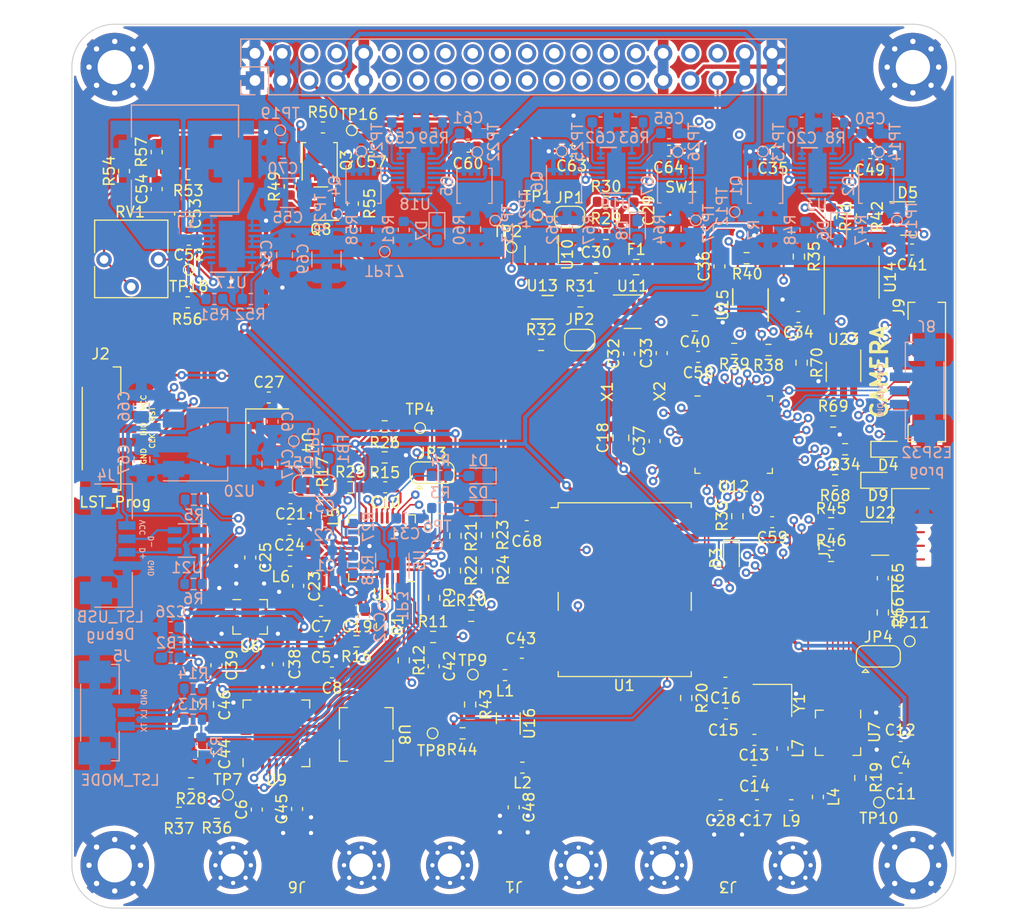
<source format=kicad_pcb>
(kicad_pcb (version 20211014) (generator pcbnew)

  (general
    (thickness 4.69)
  )

  (paper "A4")
  (layers
    (0 "F.Cu" signal)
    (1 "In1.Cu" signal)
    (2 "In2.Cu" signal)
    (31 "B.Cu" signal)
    (32 "B.Adhes" user "B.Adhesive")
    (33 "F.Adhes" user "F.Adhesive")
    (34 "B.Paste" user)
    (35 "F.Paste" user)
    (36 "B.SilkS" user "B.Silkscreen")
    (37 "F.SilkS" user "F.Silkscreen")
    (38 "B.Mask" user)
    (39 "F.Mask" user)
    (40 "Dwgs.User" user "User.Drawings")
    (41 "Cmts.User" user "User.Comments")
    (42 "Eco1.User" user "User.Eco1")
    (43 "Eco2.User" user "User.Eco2")
    (44 "Edge.Cuts" user)
    (45 "Margin" user)
    (46 "B.CrtYd" user "B.Courtyard")
    (47 "F.CrtYd" user "F.Courtyard")
    (48 "B.Fab" user)
    (49 "F.Fab" user)
    (50 "User.1" user)
    (51 "User.2" user)
    (52 "User.3" user)
    (53 "User.4" user)
    (54 "User.5" user)
    (55 "User.6" user)
    (56 "User.7" user)
    (57 "User.8" user)
    (58 "User.9" user)
  )

  (setup
    (stackup
      (layer "F.SilkS" (type "Top Silk Screen"))
      (layer "F.Paste" (type "Top Solder Paste"))
      (layer "F.Mask" (type "Top Solder Mask") (thickness 0.01))
      (layer "F.Cu" (type "copper") (thickness 0.035))
      (layer "dielectric 1" (type "core") (thickness 1.51) (material "FR4") (epsilon_r 4.5) (loss_tangent 0.02))
      (layer "In1.Cu" (type "copper") (thickness 0.035))
      (layer "dielectric 2" (type "prepreg") (thickness 1.51) (material "FR4") (epsilon_r 4.5) (loss_tangent 0.02))
      (layer "In2.Cu" (type "copper") (thickness 0.035))
      (layer "dielectric 3" (type "core") (thickness 1.51) (material "FR4") (epsilon_r 4.5) (loss_tangent 0.02))
      (layer "B.Cu" (type "copper") (thickness 0.035))
      (layer "B.Mask" (type "Bottom Solder Mask") (thickness 0.01))
      (layer "B.Paste" (type "Bottom Solder Paste"))
      (layer "B.SilkS" (type "Bottom Silk Screen"))
      (copper_finish "None")
      (dielectric_constraints no)
    )
    (pad_to_mask_clearance 0)
    (pcbplotparams
      (layerselection 0x00010fc_ffffffff)
      (disableapertmacros false)
      (usegerberextensions false)
      (usegerberattributes true)
      (usegerberadvancedattributes true)
      (creategerberjobfile true)
      (svguseinch false)
      (svgprecision 6)
      (excludeedgelayer true)
      (plotframeref false)
      (viasonmask false)
      (mode 1)
      (useauxorigin false)
      (hpglpennumber 1)
      (hpglpenspeed 20)
      (hpglpendiameter 15.000000)
      (dxfpolygonmode true)
      (dxfimperialunits true)
      (dxfusepcbnewfont true)
      (psnegative false)
      (psa4output false)
      (plotreference true)
      (plotvalue true)
      (plotinvisibletext false)
      (sketchpadsonfab false)
      (subtractmaskfromsilk false)
      (outputformat 1)
      (mirror false)
      (drillshape 1)
      (scaleselection 1)
      (outputdirectory "")
    )
  )

  (net 0 "")
  (net 1 "Net-(C1-Pad1)")
  (net 2 "GND")
  (net 3 "+3V3")
  (net 4 "/OpenLST (Beacon)/PA_VAPC")
  (net 5 "+3V8")
  (net 6 "/OpenLST (Beacon)/VDD_USB_LST")
  (net 7 "Net-(C12-Pad1)")
  (net 8 "Net-(C13-Pad2)")
  (net 9 "Net-(C15-Pad1)")
  (net 10 "Net-(C16-Pad1)")
  (net 11 "Net-(C17-Pad1)")
  (net 12 "Net-(C17-Pad2)")
  (net 13 "/MCU/MCU_POWER")
  (net 14 "Net-(C19-Pad1)")
  (net 15 "/3V3 power share/VCC_EN")
  (net 16 "Net-(C21-Pad2)")
  (net 17 "Net-(C22-Pad1)")
  (net 18 "Net-(C23-Pad2)")
  (net 19 "Net-(C24-Pad1)")
  (net 20 "Net-(C24-Pad2)")
  (net 21 "Net-(C25-Pad2)")
  (net 22 "Net-(C26-Pad1)")
  (net 23 "Net-(C29-Pad1)")
  (net 24 "/3V3 power share/EPS#1")
  (net 25 "Net-(C35-Pad2)")
  (net 26 "Net-(C38-Pad1)")
  (net 27 "Net-(C38-Pad2)")
  (net 28 "Net-(C39-Pad1)")
  (net 29 "Net-(C39-Pad2)")
  (net 30 "/MCU/VREF")
  (net 31 "Net-(C42-Pad1)")
  (net 32 "Net-(C43-Pad1)")
  (net 33 "Net-(C43-Pad2)")
  (net 34 "Net-(C45-Pad1)")
  (net 35 "Net-(C45-Pad2)")
  (net 36 "Net-(C48-Pad1)")
  (net 37 "Net-(C48-Pad2)")
  (net 38 "Net-(C49-Pad1)")
  (net 39 "/3V3 power share/EPS#2")
  (net 40 "Net-(C50-Pad1)")
  (net 41 "VIN")
  (net 42 "Net-(C52-Pad1)")
  (net 43 "Net-(C52-Pad2)")
  (net 44 "Net-(C53-Pad1)")
  (net 45 "Net-(C54-Pad1)")
  (net 46 "/Power Convertor/VBAT1/VCC_EN")
  (net 47 "/Power Convertor/EPS#1_VBAT")
  (net 48 "Net-(C57-Pad2)")
  (net 49 "Net-(C60-Pad1)")
  (net 50 "/Power Convertor/EPS#2_VBAT")
  (net 51 "Net-(C61-Pad1)")
  (net 52 "/5V power share/VCC_EN")
  (net 53 "/5V power share/EPS#1")
  (net 54 "Net-(C63-Pad2)")
  (net 55 "Net-(C64-Pad1)")
  (net 56 "/5V power share/EPS#2")
  (net 57 "Net-(C65-Pad1)")
  (net 58 "/OpenLST (Beacon)/USB_POWER_LST")
  (net 59 "Net-(D1-Pad2)")
  (net 60 "Net-(D2-Pad2)")
  (net 61 "Net-(D3-Pad1)")
  (net 62 "Net-(D4-Pad1)")
  (net 63 "/MCU/CAN_L")
  (net 64 "/MCU/CAN_H")
  (net 65 "Net-(D6-Pad1)")
  (net 66 "Net-(D6-Pad2)")
  (net 67 "Net-(D7-Pad1)")
  (net 68 "Net-(D7-Pad2)")
  (net 69 "Net-(D8-Pad1)")
  (net 70 "Net-(D8-Pad2)")
  (net 71 "Net-(D9-Pad1)")
  (net 72 "Net-(F1-Pad2)")
  (net 73 "Net-(FB1-Pad1)")
  (net 74 "/OpenLST (Beacon)/PROG_DD")
  (net 75 "/OpenLST (Beacon)/PROG_DC")
  (net 76 "/OpenLST (Beacon)/~{LST_RESET}")
  (net 77 "/MCU/USB_POWER")
  (net 78 "Net-(J7-Pad2)")
  (net 79 "Net-(J7-Pad3)")
  (net 80 "/MCU/SWCLK")
  (net 81 "/MCU/SWDIO")
  (net 82 "/MCU/QSPI_D1{slash}CAM_CSN")
  (net 83 "/MCU/QSPI_D2{slash}CAM_MOSI")
  (net 84 "/MCU/QSPI_D3{slash}CAM_MISO")
  (net 85 "/MCU/LED1_QSPI")
  (net 86 "+5V")
  (net 87 "/I2C_SDA")
  (net 88 "/I2C_SCL")
  (net 89 "unconnected-(J12-Pad6)")
  (net 90 "unconnected-(J12-Pad8)")
  (net 91 "unconnected-(J12-Pad11)")
  (net 92 "unconnected-(J12-Pad12)")
  (net 93 "unconnected-(J12-Pad13)")
  (net 94 "unconnected-(J12-Pad14)")
  (net 95 "unconnected-(J12-Pad15)")
  (net 96 "unconnected-(J12-Pad16)")
  (net 97 "unconnected-(J12-Pad17)")
  (net 98 "unconnected-(J12-Pad18)")
  (net 99 "/MCU/RS_485_~{B}")
  (net 100 "/MCU/RS_485_A")
  (net 101 "unconnected-(J12-Pad23)")
  (net 102 "unconnected-(J12-Pad24)")
  (net 103 "/MCU/LED1_CAM")
  (net 104 "/MCU/QSPI_SCK")
  (net 105 "/MCU/QSPI_NCS")
  (net 106 "unconnected-(J12-Pad34)")
  (net 107 "unconnected-(J12-Pad36)")
  (net 108 "Net-(JP1-Pad1)")
  (net 109 "/MCU/NRST")
  (net 110 "Net-(JP2-Pad1)")
  (net 111 "Net-(JP2-Pad2)")
  (net 112 "/OpenLST (Beacon)/RF_EN")
  (net 113 "/OpenLST (Beacon)/RF_EN_MCU")
  (net 114 "/OpenLST (Beacon)/RF_PWR_EN")
  (net 115 "Net-(JP4-Pad3)")
  (net 116 "/MCU/VDD_USB")
  (net 117 "Net-(L3-Pad1)")
  (net 118 "Net-(L3-Pad2)")
  (net 119 "Net-(L4-Pad1)")
  (net 120 "Net-(L4-Pad2)")
  (net 121 "Net-(Q1-Pad5)")
  (net 122 "Net-(Q1-Pad4)")
  (net 123 "Net-(Q2-Pad4)")
  (net 124 "Net-(Q2-Pad5)")
  (net 125 "Net-(Q3-Pad4)")
  (net 126 "Net-(Q3-Pad5)")
  (net 127 "Net-(Q4-Pad5)")
  (net 128 "Net-(Q4-Pad4)")
  (net 129 "Net-(Q5-Pad4)")
  (net 130 "Net-(Q5-Pad5)")
  (net 131 "Net-(Q6-Pad5)")
  (net 132 "Net-(Q6-Pad4)")
  (net 133 "Net-(Q7-Pad4)")
  (net 134 "Net-(Q7-Pad5)")
  (net 135 "/OpenLST (Beacon)/~{LST_RX_MODE}")
  (net 136 "/OpenLST (Beacon)/LST_TX_MODE")
  (net 137 "Net-(R3-Pad2)")
  (net 138 "Net-(R4-Pad2)")
  (net 139 "Net-(R5-Pad1)")
  (net 140 "/OpenLST (Beacon)/USB_N")
  (net 141 "/OpenLST (Beacon)/USB_P")
  (net 142 "Net-(R6-Pad2)")
  (net 143 "Net-(R8-Pad2)")
  (net 144 "Net-(R9-Pad1)")
  (net 145 "/OpenLST (Beacon)/UART0_CTS")
  (net 146 "Net-(R10-Pad1)")
  (net 147 "/OpenLST (Beacon)/UART0_RTS")
  (net 148 "Net-(R11-Pad1)")
  (net 149 "/OpenLST (Beacon)/UART0_RX")
  (net 150 "Net-(R12-Pad1)")
  (net 151 "/OpenLST (Beacon)/UART0_TX")
  (net 152 "Net-(R15-Pad2)")
  (net 153 "Net-(R16-Pad2)")
  (net 154 "Net-(R17-Pad1)")
  (net 155 "Net-(R17-Pad2)")
  (net 156 "Net-(R19-Pad2)")
  (net 157 "/OpenLST (Beacon)/AN0")
  (net 158 "/OpenLST (Beacon)/AN1")
  (net 159 "Net-(R25-Pad2)")
  (net 160 "/OpenLST (Beacon)/RF_BYP")
  (net 161 "Net-(R32-Pad1)")
  (net 162 "/MCU/LED2")
  (net 163 "/MCU/CAN_RS")
  (net 164 "/MCU/RS_485_R_EN")
  (net 165 "/MCU/RS_485_T_EN")
  (net 166 "Net-(R43-Pad2)")
  (net 167 "Net-(R44-Pad1)")
  (net 168 "Net-(R44-Pad2)")
  (net 169 "Net-(R45-Pad1)")
  (net 170 "/MCU/USB_N")
  (net 171 "/MCU/USB_P")
  (net 172 "Net-(R46-Pad2)")
  (net 173 "Net-(R51-Pad2)")
  (net 174 "Net-(R52-Pad1)")
  (net 175 "Net-(R54-Pad2)")
  (net 176 "Net-(R59-Pad2)")
  (net 177 "Net-(R63-Pad2)")
  (net 178 "unconnected-(U1-Pad1)")
  (net 179 "unconnected-(U1-Pad3)")
  (net 180 "/GPS Module/IRQ")
  (net 181 "unconnected-(U1-Pad5)")
  (net 182 "unconnected-(U1-Pad6)")
  (net 183 "/GPS Module/RESET")
  (net 184 "unconnected-(U1-Pad15)")
  (net 185 "unconnected-(U1-Pad16)")
  (net 186 "unconnected-(U1-Pad17)")
  (net 187 "/GPS Module/TXD")
  (net 188 "/GPS Module/RXD")
  (net 189 "unconnected-(U2-Pad8)")
  (net 190 "unconnected-(U2-Pad18)")
  (net 191 "unconnected-(U2-Pad20)")
  (net 192 "/MCU/NRF_CE")
  (net 193 "/MCU/NRF_SPI_CSN")
  (net 194 "/MCU/NRF_SPI_SCK")
  (net 195 "/MCU/NRF_SPI_MOSI")
  (net 196 "/MCU/NRF_SPI_MISO")
  (net 197 "/MCU/NRF_IRQ")
  (net 198 "Net-(U8-Pad2)")
  (net 199 "Net-(U8-Pad6)")
  (net 200 "unconnected-(U9-Pad14)")
  (net 201 "unconnected-(U9-Pad16)")
  (net 202 "unconnected-(U9-Pad25)")
  (net 203 "unconnected-(U10-Pad3)")
  (net 204 "/MCU/WDG_RESET")
  (net 205 "unconnected-(U11-Pad3)")
  (net 206 "unconnected-(U12-Pad1)")
  (net 207 "/MCU/LSE")
  (net 208 "/MCU/HSE")
  (net 209 "/MCU/CAN_RX")
  (net 210 "/MCU/CAN_TX")
  (net 211 "unconnected-(U13-Pad3)")
  (net 212 "/MCU/RS_485_R")
  (net 213 "/MCU/RS_485_T")
  (net 214 "unconnected-(U15-Pad7)")
  (net 215 "unconnected-(X1-Pad1)")
  (net 216 "unconnected-(U6-Pad4)")
  (net 217 "/camera/CAM_VCC")
  (net 218 "Net-(R70-Pad1)")
  (net 219 "Net-(J4-Pad2)")
  (net 220 "Net-(J4-Pad3)")
  (net 221 "Net-(J5-Pad1)")
  (net 222 "Net-(J5-Pad2)")

  (footprint "Capacitor_SMD:C_0805_2012Metric_Pad1.18x1.45mm_HandSolder" (layer "F.Cu") (at 143.1544 71.9044))

  (footprint "TCY_Buttons:KMT031NGJLHS" (layer "F.Cu") (at 141.8844 61.5881))

  (footprint "Resistor_SMD:R_0603_1608Metric" (layer "F.Cu") (at 98.5276 117.602))

  (footprint "Resistor_SMD:R_0603_1608Metric" (layer "F.Cu") (at 158.75 61.9252 -90))

  (footprint "Package_DFN_QFN:QFN-20-1EP_4x4mm_P0.5mm_EP2.5x2.5mm" (layer "F.Cu") (at 156.5148 110.1344 -90))

  (footprint "MountingHole:MountingHole_3.2mm_M3_Pad_Via" (layer "F.Cu") (at 163.5 122.5))

  (footprint "Resistor_SMD:R_0603_1608Metric" (layer "F.Cu") (at 120.8024 91.7448 90))

  (footprint "Capacitor_SMD:C_0603_1608Metric" (layer "F.Cu") (at 98.4905 103.8352 -90))

  (footprint "Resistor_SMD:R_0603_1608Metric" (layer "F.Cu") (at 147.9804 65.8368 180))

  (footprint "Inductor_SMD:L_0603_1608Metric" (layer "F.Cu") (at 107.7976 89.9668 -90))

  (footprint "Resistor_SMD:R_0603_1608Metric" (layer "F.Cu") (at 121.4628 110.1852))

  (footprint "MountingHole:MountingHole_3.2mm_M3_Pad_Via" (layer "F.Cu") (at 89 48))

  (footprint "Package_TO_SOT_SMD:SOT-23-6" (layer "F.Cu") (at 160.4386 91.9988))

  (footprint "Capacitor_SMD:C_0603_1608Metric" (layer "F.Cu") (at 105.41 88.2396))

  (footprint "Capacitor_SMD:C_0603_1608Metric" (layer "F.Cu") (at 127.4572 90.8304 180))

  (footprint "Capacitor_SMD:C_0603_1608Metric" (layer "F.Cu") (at 152.8064 71.3232 180))

  (footprint "Resistor_SMD:R_0603_1608Metric" (layer "F.Cu") (at 153.1112 75.5904 -90))

  (footprint "Capacitor_SMD:C_0603_1608Metric" (layer "F.Cu") (at 114.2492 87.2236 180))

  (footprint "Inductor_SMD:L_0603_1608Metric" (layer "F.Cu") (at 127.0508 113.3856))

  (footprint "RF_GPS:ublox_NEO" (layer "F.Cu") (at 136.6012 96.774))

  (footprint "Package_TO_SOT_SMD:SOT-23-6_Handsoldering" (layer "F.Cu") (at 157.0228 76.454 -90))

  (footprint "Capacitor_SMD:C_0603_1608Metric" (layer "F.Cu") (at 108.2548 98.7792 180))

  (footprint "Inductor_SMD:L_0603_1608Metric" (layer "F.Cu") (at 105.3344 59.1454 90))

  (footprint "Resistor_SMD:R_0603_1608Metric" (layer "F.Cu") (at 158.5976 114.3508 90))

  (footprint "Jumper:SolderJumper-2_P1.3mm_Open_RoundedPad1.0x1.5mm" (layer "F.Cu") (at 132.4108 73.4753 180))

  (footprint "Capacitor_SMD:C_0603_1608Metric" (layer "F.Cu") (at 118.7704 103.9238 90))

  (footprint "Jumper:SolderJumper-2_P1.3mm_Open_RoundedPad1.0x1.5mm" (layer "F.Cu") (at 131.4456 61.9945))

  (footprint "Inductor_SMD:L_0603_1608Metric" (layer "F.Cu") (at 95.8596 58.0136))

  (footprint "Capacitor_SMD:C_0603_1608Metric" (layer "F.Cu") (at 133.9218 66.7189))

  (footprint "Capacitor_SMD:C_0603_1608Metric" (layer "F.Cu") (at 127 102.6668 180))

  (footprint "Jumper:SolderJumper-3_P1.3mm_Open_RoundedPad1.0x1.5mm" (layer "F.Cu") (at 160.274 102.997))

  (footprint "Capacitor_SMD:C_0603_1608Metric" (layer "F.Cu") (at 148.7046 113.6904))

  (footprint "MountingHole:MountingHole_3.2mm_M3_Pad_Via" (layer "F.Cu") (at 163.5 48))

  (footprint "Resistor_SMD:R_0603_1608Metric" (layer "F.Cu") (at 111.5568 101.6 180))

  (footprint "Resistor_SMD:R_0603_1608Metric" (layer "F.Cu") (at 118.8212 97.536 -90))

  (footprint "Resistor_SMD:R_0603_1608Metric" (layer "F.Cu") (at 134.8492 60.5721))

  (footprint "Resistor_SMD:R_0603_1608Metric" (layer "F.Cu") (at 157.1752 83.6676 180))

  (footprint "Capacitor_SMD:C_0603_1608Metric" (layer "F.Cu") (at 122.0216 55.4228))

  (footprint "TCY_Connector:TestPoint_Pad_D0.5mm" (layer "F.Cu") (at 122.428 104.6988))

  (footprint "Resistor_SMD:R_0603_1608Metric" (layer "F.Cu") (at 123.7488 94.996 90))

  (footprint "Resistor_SMD:R_0603_1608Metric" (layer "F.Cu") (at 115.9764 103.378 -90))

  (footprint "Capacitor_SMD:C_0603_1608Metric" (layer "F.Cu") (at 139.3952 82.9056 90))

  (footprint "Resistor_SMD:R_0603_1608Metric" (layer "F.Cu") (at 155.8666 90.5764 180))

  (footprint "Resistor_SMD:R_0603_1608Metric" (layer "F.Cu") (at 110.998 87.2236))

  (footprint "Resistor_SMD:R_0603_1608Metric" (layer "F.Cu") (at 113.9444 100.1268 90))

  (footprint "footprints:iPEX" (layer "F.Cu") (at 146.25 122.5 180))

  (footprint "Capacitor_SMD:C_0603_1608Metric" (layer "F.Cu") (at 145.542 116.8908 180))

  (footprint "TCY_Connector:TestPoint_Pad_D0.5mm" (layer "F.Cu") (at 163.195 101.6))

  (footprint "Capacitor_SMD:C_0603_1608Metric" (layer "F.Cu") (at 162.3568 114.4016 180))

  (footprint "Capacitor_SMD:C_0603_1608Metric" (layer "F.Cu") (at 112.9284 55.4228))

  (footprint "Inductor_SMD:L_0603_1608Metric" (layer "F.Cu") (at 151.3332 111.6076 -90))

  (footprint "Capacitor_SMD:C_0603_1608Metric" (layer "F.Cu") (at 137.414 61.3849 -90))

  (footprint "Capacitor_SMD:C_0603_1608Metric" (layer "F.Cu") (at 159.517223 56.0263))

  (footprint "Resistor_SMD:R_0603_1608Metric" (layer "F.Cu") (at 142.3416 106.8832 90))

  (footprint "Resistor_SMD:R_0603_1608Metric" (layer "F.Cu") (at 120.7516 94.996 90))

  (footprint "Resistor_SMD:R_0603_1608Metric" (layer "F.Cu") (at 160.6926 98.9076 -90))

  (footprint "footprints:iPEX" (layer "F.Cu")
    (tedit 62249243) (tstamp 5e845d28-b090-4cbe-b836-36c12cd256a2)
    (at 106 122.5 180)
    (property "Sheetfile" "OpenLST.kicad_sch")
    (property "Sheetname" "OpenLST (Beacon)")
    (path "/829b2795-9702-4633-a078-e2998d6d9402/bd95501b-0179-41e8-b4ae-aa683068528d")
    (attr smd)
    (fp_text reference "J6" (at 0 -2 180 unlocked) (layer "F.SilkS")
      (effects (font (size 1 1) (thickness 0.15)))
      (tstamp 01a309ae-24f0-425f-8e66-62836d44754f)
    )
    (fp_text value "iPEX" (at 0 3.25 180 unlocked) (layer "F.Fab")
      (effects (f
... [3616203 chars truncated]
</source>
